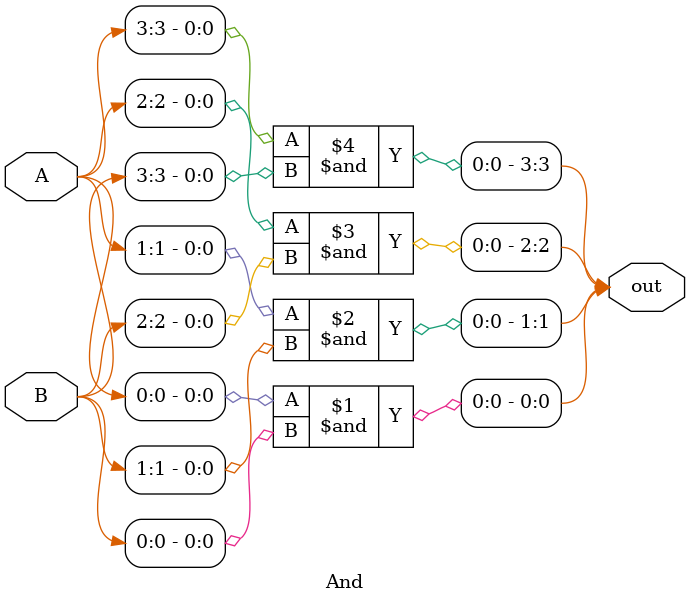
<source format=v>
module And(
    input [3:0] A,
    input [3:0] B,
    output [3:0] out
);

and G0(out[0],A[0],B[0]);
and G1(out[1],A[1],B[1]);
and G2(out[2],A[2],B[2]);
and G3(out[3],A[3],B[3]);

endmodule
</source>
